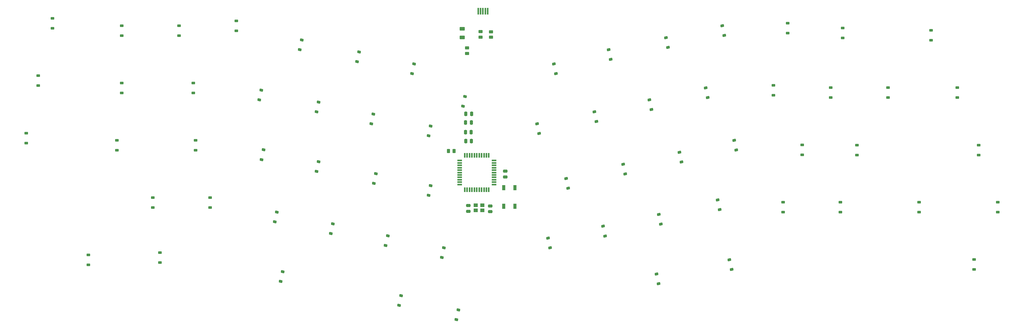
<source format=gbr>
%TF.GenerationSoftware,KiCad,Pcbnew,7.0.7*%
%TF.CreationDate,2023-10-16T19:58:37+09:00*%
%TF.ProjectId,Purin_PCB,50757269-6e5f-4504-9342-2e6b69636164,rev?*%
%TF.SameCoordinates,Original*%
%TF.FileFunction,Paste,Bot*%
%TF.FilePolarity,Positive*%
%FSLAX46Y46*%
G04 Gerber Fmt 4.6, Leading zero omitted, Abs format (unit mm)*
G04 Created by KiCad (PCBNEW 7.0.7) date 2023-10-16 19:58:37*
%MOMM*%
%LPD*%
G01*
G04 APERTURE LIST*
G04 Aperture macros list*
%AMRoundRect*
0 Rectangle with rounded corners*
0 $1 Rounding radius*
0 $2 $3 $4 $5 $6 $7 $8 $9 X,Y pos of 4 corners*
0 Add a 4 corners polygon primitive as box body*
4,1,4,$2,$3,$4,$5,$6,$7,$8,$9,$2,$3,0*
0 Add four circle primitives for the rounded corners*
1,1,$1+$1,$2,$3*
1,1,$1+$1,$4,$5*
1,1,$1+$1,$6,$7*
1,1,$1+$1,$8,$9*
0 Add four rect primitives between the rounded corners*
20,1,$1+$1,$2,$3,$4,$5,0*
20,1,$1+$1,$4,$5,$6,$7,0*
20,1,$1+$1,$6,$7,$8,$9,0*
20,1,$1+$1,$8,$9,$2,$3,0*%
G04 Aperture macros list end*
%ADD10RoundRect,0.250000X-0.475000X0.250000X-0.475000X-0.250000X0.475000X-0.250000X0.475000X0.250000X0*%
%ADD11RoundRect,0.250000X0.475000X-0.250000X0.475000X0.250000X-0.475000X0.250000X-0.475000X-0.250000X0*%
%ADD12RoundRect,0.250000X-0.250000X-0.475000X0.250000X-0.475000X0.250000X0.475000X-0.250000X0.475000X0*%
%ADD13RoundRect,0.225000X0.375000X-0.225000X0.375000X0.225000X-0.375000X0.225000X-0.375000X-0.225000X0*%
%ADD14RoundRect,0.225000X0.320025X-0.298050X0.413585X0.142116X-0.320025X0.298050X-0.413585X-0.142116X0*%
%ADD15RoundRect,0.225000X0.413585X-0.142116X0.320025X0.298050X-0.413585X0.142116X-0.320025X-0.298050X0*%
%ADD16R,1.500000X0.550000*%
%ADD17R,0.550000X1.500000*%
%ADD18R,1.100000X1.800000*%
%ADD19R,1.400000X1.200000*%
%ADD20RoundRect,0.250000X-0.450000X0.262500X-0.450000X-0.262500X0.450000X-0.262500X0.450000X0.262500X0*%
%ADD21R,0.500000X2.250000*%
%ADD22RoundRect,0.250000X-0.625000X0.375000X-0.625000X-0.375000X0.625000X-0.375000X0.625000X0.375000X0*%
%ADD23RoundRect,0.250000X-0.262500X-0.450000X0.262500X-0.450000X0.262500X0.450000X-0.262500X0.450000X0*%
G04 APERTURE END LIST*
D10*
%TO.C,C7*%
X172910000Y82150000D03*
X172910000Y80250000D03*
%TD*%
D11*
%TO.C,C6*%
X165640000Y80400000D03*
X165640000Y82300000D03*
%TD*%
D12*
%TO.C,C5*%
X164842500Y112810000D03*
X166742500Y112810000D03*
%TD*%
%TO.C,C4*%
X164690000Y106690000D03*
X166590000Y106690000D03*
%TD*%
%TO.C,C3*%
X164760000Y103710000D03*
X166660000Y103710000D03*
%TD*%
%TO.C,C2*%
X164742500Y109960000D03*
X166642500Y109960000D03*
%TD*%
D11*
%TO.C,C1*%
X177950000Y91820000D03*
X177950000Y93720000D03*
%TD*%
D13*
%TO.C,D18*%
X74215817Y119783383D03*
X74215817Y123083383D03*
%TD*%
D14*
%TO.C,D20*%
X115147763Y113469439D03*
X115833871Y116697327D03*
%TD*%
D13*
%TO.C,D55*%
X270272067Y80095883D03*
X270272067Y83395883D03*
%TD*%
D15*
%TO.C,D64*%
X228889425Y56292995D03*
X228203317Y59520883D03*
%TD*%
D14*
%TO.C,D19*%
X96097763Y117464633D03*
X96783871Y120692521D03*
%TD*%
D15*
%TO.C,D39*%
X217776925Y92805495D03*
X217090817Y96033383D03*
%TD*%
D13*
%TO.C,D59*%
X39290817Y62570883D03*
X39290817Y65870883D03*
%TD*%
D14*
%TO.C,D37*%
X152454013Y85688189D03*
X153140121Y88916077D03*
%TD*%
%TO.C,D63*%
X161635959Y44386745D03*
X162322067Y47614633D03*
%TD*%
%TO.C,D7*%
X146897763Y126169439D03*
X147583871Y129397327D03*
%TD*%
D13*
%TO.C,D42*%
X276622067Y99208383D03*
X276622067Y102508383D03*
%TD*%
D14*
%TO.C,D61*%
X103241513Y57113189D03*
X103927621Y60341077D03*
%TD*%
%TO.C,D47*%
X101310959Y76930495D03*
X101997067Y80158383D03*
%TD*%
D15*
%TO.C,D51*%
X192827621Y68225689D03*
X192141513Y71453577D03*
%TD*%
D13*
%TO.C,D60*%
X63103317Y63364633D03*
X63103317Y66664633D03*
%TD*%
D15*
%TO.C,D12*%
X250771371Y138869439D03*
X250085263Y142097327D03*
%TD*%
%TO.C,D24*%
X208251925Y110267995D03*
X207565817Y113495883D03*
%TD*%
D13*
%TO.C,D57*%
X315515817Y80095883D03*
X315515817Y83395883D03*
%TD*%
D16*
%TO.C,U1*%
X174160000Y97280000D03*
X174160000Y96480000D03*
X174160000Y95680000D03*
X174160000Y94880000D03*
X174160000Y94080000D03*
X174160000Y93280000D03*
X174160000Y92480000D03*
X174160000Y91680000D03*
X174160000Y90880000D03*
X174160000Y90080000D03*
X174160000Y89280000D03*
D17*
X172460000Y87580000D03*
X171660000Y87580000D03*
X170860000Y87580000D03*
X170060000Y87580000D03*
X169260000Y87580000D03*
X168460000Y87580000D03*
X167660000Y87580000D03*
X166860000Y87580000D03*
X166060000Y87580000D03*
X165260000Y87580000D03*
X164460000Y87580000D03*
D16*
X162760000Y89280000D03*
X162760000Y90080000D03*
X162760000Y90880000D03*
X162760000Y91680000D03*
X162760000Y92480000D03*
X162760000Y93280000D03*
X162760000Y94080000D03*
X162760000Y94880000D03*
X162760000Y95680000D03*
X162760000Y96480000D03*
X162760000Y97280000D03*
D17*
X164460000Y98980000D03*
X165260000Y98980000D03*
X166060000Y98980000D03*
X166860000Y98980000D03*
X167660000Y98980000D03*
X168460000Y98980000D03*
X169260000Y98980000D03*
X170060000Y98980000D03*
X170860000Y98980000D03*
X171660000Y98980000D03*
X172460000Y98980000D03*
%TD*%
D15*
%TO.C,D38*%
X198834567Y88095883D03*
X198148459Y91323771D03*
%TD*%
D13*
%TO.C,D32*%
X48815817Y100733383D03*
X48815817Y104033383D03*
%TD*%
D15*
%TO.C,D26*%
X245215121Y118231939D03*
X244529013Y121459827D03*
%TD*%
D13*
%TO.C,D1*%
X27384567Y141214633D03*
X27384567Y144514633D03*
%TD*%
%TO.C,D13*%
X271859567Y139627133D03*
X271859567Y142927133D03*
%TD*%
%TO.C,D15*%
X319484567Y137245883D03*
X319484567Y140545883D03*
%TD*%
D15*
%TO.C,D54*%
X249183871Y80925689D03*
X248497763Y84153577D03*
%TD*%
D14*
%TO.C,D62*%
X142585959Y49149245D03*
X143272067Y52377133D03*
%TD*%
D13*
%TO.C,D17*%
X50403317Y119783383D03*
X50403317Y123083383D03*
%TD*%
D18*
%TO.C,SW1*%
X181100000Y88250000D03*
X177400000Y82050000D03*
X177400000Y88250000D03*
X181100000Y82050000D03*
%TD*%
D13*
%TO.C,D33*%
X75009567Y100733383D03*
X75009567Y104033383D03*
%TD*%
D15*
%TO.C,D11*%
X232064425Y134874245D03*
X231378317Y138102133D03*
%TD*%
D13*
%TO.C,D29*%
X305197067Y118195883D03*
X305197067Y121495883D03*
%TD*%
%TO.C,D3*%
X69453317Y138770883D03*
X69453317Y142070883D03*
%TD*%
D14*
%TO.C,D34*%
X96891513Y97594439D03*
X97577621Y100822327D03*
%TD*%
D15*
%TO.C,D65*%
X253152621Y61081939D03*
X252466513Y64309827D03*
%TD*%
D14*
%TO.C,D8*%
X163830000Y115316000D03*
X164516108Y118543888D03*
%TD*%
D15*
%TO.C,D23*%
X189201925Y106299245D03*
X188515817Y109527133D03*
%TD*%
%TO.C,D52*%
X211083871Y72194439D03*
X210397763Y75422327D03*
%TD*%
D14*
%TO.C,D35*%
X115147763Y93625689D03*
X115833871Y96853577D03*
%TD*%
%TO.C,D22*%
X152454013Y105531939D03*
X153140121Y108759827D03*
%TD*%
D19*
%TO.C,Y1*%
X168140000Y82410000D03*
X170340000Y82410000D03*
X170340000Y80710000D03*
X168140000Y80710000D03*
%TD*%
D13*
%TO.C,D28*%
X286147067Y118195883D03*
X286147067Y121495883D03*
%TD*%
D20*
%TO.C,R2*%
X173200000Y140075000D03*
X173200000Y138250000D03*
%TD*%
D13*
%TO.C,D4*%
X88503317Y140420883D03*
X88503317Y143720883D03*
%TD*%
%TO.C,D56*%
X289322067Y80158383D03*
X289322067Y83458383D03*
%TD*%
%TO.C,D46*%
X79772067Y81683383D03*
X79772067Y84983383D03*
%TD*%
D15*
%TO.C,D41*%
X254740121Y100769439D03*
X254054013Y103997327D03*
%TD*%
D21*
%TO.C,USB1*%
X172108414Y146952055D03*
X171308414Y146952055D03*
X170508414Y146952055D03*
X169708414Y146952055D03*
X168908414Y146952055D03*
%TD*%
D22*
%TO.C,F1*%
X163640000Y141040000D03*
X163640000Y138240000D03*
%TD*%
D15*
%TO.C,D40*%
X236483871Y96800689D03*
X235797763Y100028577D03*
%TD*%
D20*
%TO.C,R4*%
X165190000Y134692500D03*
X165190000Y132867500D03*
%TD*%
D14*
%TO.C,D21*%
X133404013Y109500689D03*
X134090121Y112728577D03*
%TD*%
D15*
%TO.C,D53*%
X229683175Y76136745D03*
X228997067Y79364633D03*
%TD*%
D13*
%TO.C,D45*%
X60722067Y81683383D03*
X60722067Y84983383D03*
%TD*%
%TO.C,D16*%
X22622067Y122164633D03*
X22622067Y125464633D03*
%TD*%
%TO.C,D14*%
X290115817Y138039633D03*
X290115817Y141339633D03*
%TD*%
D15*
%TO.C,D25*%
X226508175Y114236745D03*
X225822067Y117464633D03*
%TD*%
D13*
%TO.C,D30*%
X328215817Y118195883D03*
X328215817Y121495883D03*
%TD*%
%TO.C,D44*%
X335359567Y99083383D03*
X335359567Y102383383D03*
%TD*%
D14*
%TO.C,D36*%
X134197763Y89656939D03*
X134883871Y92884827D03*
%TD*%
D13*
%TO.C,D27*%
X267097067Y118989633D03*
X267097067Y122289633D03*
%TD*%
D15*
%TO.C,D9*%
X194758175Y126142995D03*
X194072067Y129370883D03*
%TD*%
D20*
%TO.C,R3*%
X169750000Y140112500D03*
X169750000Y138287500D03*
%TD*%
D14*
%TO.C,D49*%
X138166513Y69019439D03*
X138852621Y72247327D03*
%TD*%
D13*
%TO.C,D2*%
X50403317Y138833383D03*
X50403317Y142133383D03*
%TD*%
D14*
%TO.C,D48*%
X119910263Y72988189D03*
X120596371Y76216077D03*
%TD*%
D15*
%TO.C,D10*%
X213014425Y130905495D03*
X212328317Y134133383D03*
%TD*%
D14*
%TO.C,D50*%
X156873459Y65024245D03*
X157559567Y68252133D03*
%TD*%
D13*
%TO.C,D31*%
X18653317Y103052133D03*
X18653317Y106352133D03*
%TD*%
%TO.C,D43*%
X294878317Y99083383D03*
X294878317Y102383383D03*
%TD*%
D14*
%TO.C,D5*%
X109591513Y134106939D03*
X110277621Y137334827D03*
%TD*%
D13*
%TO.C,D66*%
X333772067Y61108383D03*
X333772067Y64408383D03*
%TD*%
D14*
%TO.C,D6*%
X128641513Y130138189D03*
X129327621Y133366077D03*
%TD*%
D13*
%TO.C,D58*%
X341709567Y80095883D03*
X341709567Y83395883D03*
%TD*%
D23*
%TO.C,R1*%
X159070000Y100450000D03*
X160895000Y100450000D03*
%TD*%
M02*

</source>
